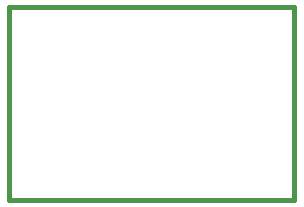
<source format=gbr>
G04 (created by PCBNEW-RS274X (2011-nov-30)-testing) date Tue 24 Apr 2012 11:37:44 PM EDT*
G01*
G70*
G90*
%MOIN*%
G04 Gerber Fmt 3.4, Leading zero omitted, Abs format*
%FSLAX34Y34*%
G04 APERTURE LIST*
%ADD10C,0.006000*%
%ADD11C,0.015000*%
G04 APERTURE END LIST*
G54D10*
G54D11*
X54705Y-28209D02*
X64193Y-28209D01*
X54705Y-21801D02*
X64183Y-21801D01*
X54705Y-28219D02*
X54705Y-21801D01*
X64200Y-28200D02*
X64200Y-21800D01*
M02*

</source>
